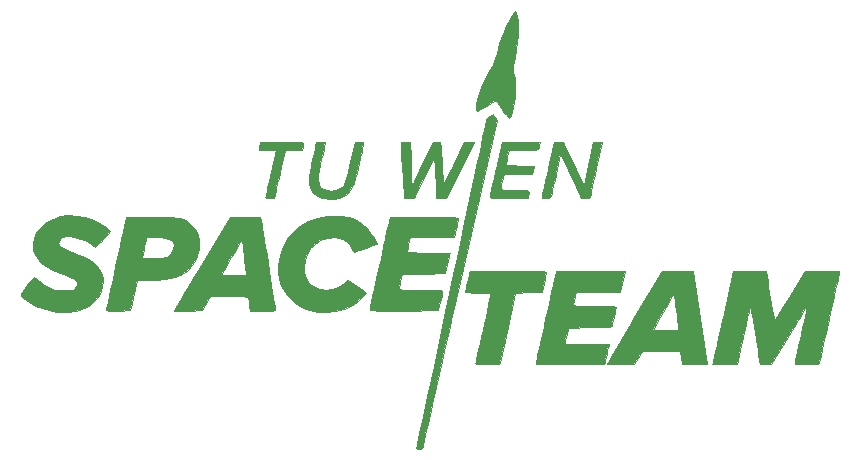
<source format=gto>
%TF.GenerationSoftware,KiCad,Pcbnew,5.1.7-a382d34a8~88~ubuntu20.04.1*%
%TF.CreationDate,2021-06-08T03:00:46+02:00*%
%TF.ProjectId,uHoubolt_PCB_GNSS_Cover,75486f75-626f-46c7-945f-5043425f474e,rev?*%
%TF.SameCoordinates,PX8f0d180PY5f5e100*%
%TF.FileFunction,Legend,Top*%
%TF.FilePolarity,Positive*%
%FSLAX46Y46*%
G04 Gerber Fmt 4.6, Leading zero omitted, Abs format (unit mm)*
G04 Created by KiCad (PCBNEW 5.1.7-a382d34a8~88~ubuntu20.04.1) date 2021-06-08 03:00:46*
%MOMM*%
%LPD*%
G01*
G04 APERTURE LIST*
%ADD10C,0.010000*%
G04 APERTURE END LIST*
D10*
%TO.C,G\u002A\u002A\u002A*%
G36*
X5404849Y9641997D02*
G01*
X5515447Y9503864D01*
X5536496Y9474748D01*
X5695595Y9251313D01*
X2574212Y-4476010D01*
X2249741Y-5903077D01*
X1934122Y-7291411D01*
X1629076Y-8633430D01*
X1336325Y-9921550D01*
X1057591Y-11148188D01*
X794596Y-12305761D01*
X549063Y-13386685D01*
X322713Y-14383377D01*
X117268Y-15288253D01*
X-65550Y-16093732D01*
X-224018Y-16792228D01*
X-356415Y-17376160D01*
X-461019Y-17837943D01*
X-536107Y-18169994D01*
X-579957Y-18364731D01*
X-591086Y-18415000D01*
X-644275Y-18560231D01*
X-756535Y-18618251D01*
X-903117Y-18626667D01*
X-1080155Y-18615274D01*
X-1141329Y-18561853D01*
X-1128199Y-18453485D01*
X-1107887Y-18361242D01*
X-1057090Y-18126032D01*
X-977430Y-17755438D01*
X-870530Y-17257048D01*
X-738010Y-16638447D01*
X-581494Y-15907221D01*
X-402601Y-15070956D01*
X-202955Y-14137237D01*
X15823Y-13113650D01*
X252111Y-12007781D01*
X504288Y-10827216D01*
X770731Y-9579541D01*
X1049820Y-8272341D01*
X1339931Y-6913202D01*
X1639445Y-5509711D01*
X1846090Y-4541212D01*
X2150934Y-3112692D01*
X2447459Y-1723773D01*
X2734044Y-382013D01*
X3009072Y905029D01*
X3270922Y2129795D01*
X3517976Y3284726D01*
X3748612Y4362263D01*
X3961214Y5354848D01*
X4154160Y6254922D01*
X4325831Y7054927D01*
X4474609Y7747304D01*
X4598873Y8324494D01*
X4697005Y8778939D01*
X4767385Y9103081D01*
X4808393Y9289360D01*
X4818673Y9333420D01*
X4906462Y9447357D01*
X5070470Y9575842D01*
X5245275Y9673130D01*
X5340330Y9698182D01*
X5404849Y9641997D01*
G37*
X5404849Y9641997D02*
X5515447Y9503864D01*
X5536496Y9474748D01*
X5695595Y9251313D01*
X2574212Y-4476010D01*
X2249741Y-5903077D01*
X1934122Y-7291411D01*
X1629076Y-8633430D01*
X1336325Y-9921550D01*
X1057591Y-11148188D01*
X794596Y-12305761D01*
X549063Y-13386685D01*
X322713Y-14383377D01*
X117268Y-15288253D01*
X-65550Y-16093732D01*
X-224018Y-16792228D01*
X-356415Y-17376160D01*
X-461019Y-17837943D01*
X-536107Y-18169994D01*
X-579957Y-18364731D01*
X-591086Y-18415000D01*
X-644275Y-18560231D01*
X-756535Y-18618251D01*
X-903117Y-18626667D01*
X-1080155Y-18615274D01*
X-1141329Y-18561853D01*
X-1128199Y-18453485D01*
X-1107887Y-18361242D01*
X-1057090Y-18126032D01*
X-977430Y-17755438D01*
X-870530Y-17257048D01*
X-738010Y-16638447D01*
X-581494Y-15907221D01*
X-402601Y-15070956D01*
X-202955Y-14137237D01*
X15823Y-13113650D01*
X252111Y-12007781D01*
X504288Y-10827216D01*
X770731Y-9579541D01*
X1049820Y-8272341D01*
X1339931Y-6913202D01*
X1639445Y-5509711D01*
X1846090Y-4541212D01*
X2150934Y-3112692D01*
X2447459Y-1723773D01*
X2734044Y-382013D01*
X3009072Y905029D01*
X3270922Y2129795D01*
X3517976Y3284726D01*
X3748612Y4362263D01*
X3961214Y5354848D01*
X4154160Y6254922D01*
X4325831Y7054927D01*
X4474609Y7747304D01*
X4598873Y8324494D01*
X4697005Y8778939D01*
X4767385Y9103081D01*
X4808393Y9289360D01*
X4818673Y9333420D01*
X4906462Y9447357D01*
X5070470Y9575842D01*
X5245275Y9673130D01*
X5340330Y9698182D01*
X5404849Y9641997D01*
G36*
X7443875Y-3541529D02*
G01*
X8124244Y-3544521D01*
X8673253Y-3549920D01*
X9102184Y-3558061D01*
X9422323Y-3569280D01*
X9644953Y-3583915D01*
X9781359Y-3602301D01*
X9842825Y-3624774D01*
X9849036Y-3636818D01*
X9832143Y-3748217D01*
X9788879Y-3974151D01*
X9726311Y-4278892D01*
X9670197Y-4541212D01*
X9494441Y-5349394D01*
X8379748Y-5370608D01*
X7265054Y-5391823D01*
X6624178Y-8333942D01*
X6481472Y-8987297D01*
X6347967Y-9595118D01*
X6227413Y-10140589D01*
X6123558Y-10606899D01*
X6040152Y-10977233D01*
X5980942Y-11234778D01*
X5949677Y-11362721D01*
X5946750Y-11372273D01*
X5882689Y-11414519D01*
X5717325Y-11443624D01*
X5434702Y-11461020D01*
X5018861Y-11468139D01*
X4874154Y-11468485D01*
X4457192Y-11466990D01*
X4171336Y-11460445D01*
X3993763Y-11445763D01*
X3901654Y-11419855D01*
X3872185Y-11379634D01*
X3878761Y-11333788D01*
X3905450Y-11224940D01*
X3959325Y-10988923D01*
X4036040Y-10645738D01*
X4131251Y-10215386D01*
X4240613Y-9717869D01*
X4359781Y-9173186D01*
X4484412Y-8601340D01*
X4610159Y-8022332D01*
X4732678Y-7456162D01*
X4847626Y-6922832D01*
X4950655Y-6442344D01*
X5037423Y-6034697D01*
X5103585Y-5719893D01*
X5144795Y-5517934D01*
X5156970Y-5449516D01*
X5084596Y-5427364D01*
X4885832Y-5408744D01*
X4588216Y-5395231D01*
X4219285Y-5388400D01*
X4079394Y-5387879D01*
X3655112Y-5382829D01*
X3320762Y-5368614D01*
X3096706Y-5346629D01*
X3003308Y-5318275D01*
X3001818Y-5313890D01*
X3013433Y-5231162D01*
X3050020Y-5047924D01*
X3114193Y-4752154D01*
X3208567Y-4331833D01*
X3335755Y-3774940D01*
X3349802Y-3713788D01*
X3389600Y-3540606D01*
X6620860Y-3540606D01*
X7443875Y-3541529D01*
G37*
X7443875Y-3541529D02*
X8124244Y-3544521D01*
X8673253Y-3549920D01*
X9102184Y-3558061D01*
X9422323Y-3569280D01*
X9644953Y-3583915D01*
X9781359Y-3602301D01*
X9842825Y-3624774D01*
X9849036Y-3636818D01*
X9832143Y-3748217D01*
X9788879Y-3974151D01*
X9726311Y-4278892D01*
X9670197Y-4541212D01*
X9494441Y-5349394D01*
X8379748Y-5370608D01*
X7265054Y-5391823D01*
X6624178Y-8333942D01*
X6481472Y-8987297D01*
X6347967Y-9595118D01*
X6227413Y-10140589D01*
X6123558Y-10606899D01*
X6040152Y-10977233D01*
X5980942Y-11234778D01*
X5949677Y-11362721D01*
X5946750Y-11372273D01*
X5882689Y-11414519D01*
X5717325Y-11443624D01*
X5434702Y-11461020D01*
X5018861Y-11468139D01*
X4874154Y-11468485D01*
X4457192Y-11466990D01*
X4171336Y-11460445D01*
X3993763Y-11445763D01*
X3901654Y-11419855D01*
X3872185Y-11379634D01*
X3878761Y-11333788D01*
X3905450Y-11224940D01*
X3959325Y-10988923D01*
X4036040Y-10645738D01*
X4131251Y-10215386D01*
X4240613Y-9717869D01*
X4359781Y-9173186D01*
X4484412Y-8601340D01*
X4610159Y-8022332D01*
X4732678Y-7456162D01*
X4847626Y-6922832D01*
X4950655Y-6442344D01*
X5037423Y-6034697D01*
X5103585Y-5719893D01*
X5144795Y-5517934D01*
X5156970Y-5449516D01*
X5084596Y-5427364D01*
X4885832Y-5408744D01*
X4588216Y-5395231D01*
X4219285Y-5388400D01*
X4079394Y-5387879D01*
X3655112Y-5382829D01*
X3320762Y-5368614D01*
X3096706Y-5346629D01*
X3003308Y-5318275D01*
X3001818Y-5313890D01*
X3013433Y-5231162D01*
X3050020Y-5047924D01*
X3114193Y-4752154D01*
X3208567Y-4331833D01*
X3335755Y-3774940D01*
X3349802Y-3713788D01*
X3389600Y-3540606D01*
X6620860Y-3540606D01*
X7443875Y-3541529D01*
G36*
X12920730Y-3555019D02*
G01*
X13567348Y-3558441D01*
X13635936Y-3558911D01*
X16519897Y-3579091D01*
X16140369Y-5310909D01*
X12395054Y-5310909D01*
X12347633Y-5522576D01*
X12294111Y-5750132D01*
X12231607Y-6001818D01*
X12231141Y-6003636D01*
X12186025Y-6171951D01*
X12159004Y-6301145D01*
X12166736Y-6396366D01*
X12225881Y-6462759D01*
X12353099Y-6505472D01*
X12565049Y-6529652D01*
X12878391Y-6540444D01*
X13309784Y-6542996D01*
X13875889Y-6542454D01*
X13975187Y-6542424D01*
X14549546Y-6543096D01*
X14987687Y-6546008D01*
X15307328Y-6552504D01*
X15526188Y-6563929D01*
X15661985Y-6581625D01*
X15732436Y-6606938D01*
X15755262Y-6641212D01*
X15750818Y-6677121D01*
X15717683Y-6813456D01*
X15664191Y-7054233D01*
X15600592Y-7353031D01*
X15585096Y-7427576D01*
X15520824Y-7733087D01*
X15464544Y-7991398D01*
X15426393Y-8156217D01*
X15421080Y-8176648D01*
X15397621Y-8219111D01*
X15341255Y-8252010D01*
X15233633Y-8276864D01*
X15056404Y-8295193D01*
X14791219Y-8308515D01*
X14419729Y-8318349D01*
X13923582Y-8326214D01*
X13561161Y-8330588D01*
X11737879Y-8351212D01*
X11610722Y-8851515D01*
X11543575Y-9136726D01*
X11494723Y-9383722D01*
X11476025Y-9525000D01*
X11468485Y-9698182D01*
X13315758Y-9698182D01*
X13830626Y-9699090D01*
X14290250Y-9701643D01*
X14673598Y-9705578D01*
X14959634Y-9710638D01*
X15127323Y-9716560D01*
X15163030Y-9721028D01*
X15147396Y-9808926D01*
X15106227Y-10007793D01*
X15048126Y-10278493D01*
X14981696Y-10581886D01*
X14915539Y-10878837D01*
X14858258Y-11130207D01*
X14818456Y-11296860D01*
X14808539Y-11333788D01*
X14789355Y-11368393D01*
X14745129Y-11396534D01*
X14661328Y-11418872D01*
X14523416Y-11436072D01*
X14316860Y-11448796D01*
X14027124Y-11457707D01*
X13639675Y-11463468D01*
X13139979Y-11466742D01*
X12513499Y-11468192D01*
X11855352Y-11468485D01*
X11108489Y-11468128D01*
X10501397Y-11466615D01*
X10019907Y-11463283D01*
X9649851Y-11457469D01*
X9377062Y-11448511D01*
X9187371Y-11435745D01*
X9066610Y-11418510D01*
X9000611Y-11396141D01*
X8975207Y-11367977D01*
X8976120Y-11333788D01*
X8998783Y-11234062D01*
X9051250Y-10998837D01*
X9130238Y-10642956D01*
X9232464Y-10181260D01*
X9354644Y-9628591D01*
X9493497Y-8999794D01*
X9645738Y-8309709D01*
X9808085Y-7573179D01*
X9845296Y-7404275D01*
X10009045Y-6663342D01*
X10163557Y-5968841D01*
X10305569Y-5335118D01*
X10431817Y-4776521D01*
X10539037Y-4307397D01*
X10623964Y-3942093D01*
X10683337Y-3694956D01*
X10713890Y-3580334D01*
X10716612Y-3574095D01*
X10798941Y-3566645D01*
X11018093Y-3560785D01*
X11356958Y-3556603D01*
X11798426Y-3554189D01*
X12325386Y-3553631D01*
X12920730Y-3555019D01*
G37*
X12920730Y-3555019D02*
X13567348Y-3558441D01*
X13635936Y-3558911D01*
X16519897Y-3579091D01*
X16140369Y-5310909D01*
X12395054Y-5310909D01*
X12347633Y-5522576D01*
X12294111Y-5750132D01*
X12231607Y-6001818D01*
X12231141Y-6003636D01*
X12186025Y-6171951D01*
X12159004Y-6301145D01*
X12166736Y-6396366D01*
X12225881Y-6462759D01*
X12353099Y-6505472D01*
X12565049Y-6529652D01*
X12878391Y-6540444D01*
X13309784Y-6542996D01*
X13875889Y-6542454D01*
X13975187Y-6542424D01*
X14549546Y-6543096D01*
X14987687Y-6546008D01*
X15307328Y-6552504D01*
X15526188Y-6563929D01*
X15661985Y-6581625D01*
X15732436Y-6606938D01*
X15755262Y-6641212D01*
X15750818Y-6677121D01*
X15717683Y-6813456D01*
X15664191Y-7054233D01*
X15600592Y-7353031D01*
X15585096Y-7427576D01*
X15520824Y-7733087D01*
X15464544Y-7991398D01*
X15426393Y-8156217D01*
X15421080Y-8176648D01*
X15397621Y-8219111D01*
X15341255Y-8252010D01*
X15233633Y-8276864D01*
X15056404Y-8295193D01*
X14791219Y-8308515D01*
X14419729Y-8318349D01*
X13923582Y-8326214D01*
X13561161Y-8330588D01*
X11737879Y-8351212D01*
X11610722Y-8851515D01*
X11543575Y-9136726D01*
X11494723Y-9383722D01*
X11476025Y-9525000D01*
X11468485Y-9698182D01*
X13315758Y-9698182D01*
X13830626Y-9699090D01*
X14290250Y-9701643D01*
X14673598Y-9705578D01*
X14959634Y-9710638D01*
X15127323Y-9716560D01*
X15163030Y-9721028D01*
X15147396Y-9808926D01*
X15106227Y-10007793D01*
X15048126Y-10278493D01*
X14981696Y-10581886D01*
X14915539Y-10878837D01*
X14858258Y-11130207D01*
X14818456Y-11296860D01*
X14808539Y-11333788D01*
X14789355Y-11368393D01*
X14745129Y-11396534D01*
X14661328Y-11418872D01*
X14523416Y-11436072D01*
X14316860Y-11448796D01*
X14027124Y-11457707D01*
X13639675Y-11463468D01*
X13139979Y-11466742D01*
X12513499Y-11468192D01*
X11855352Y-11468485D01*
X11108489Y-11468128D01*
X10501397Y-11466615D01*
X10019907Y-11463283D01*
X9649851Y-11457469D01*
X9377062Y-11448511D01*
X9187371Y-11435745D01*
X9066610Y-11418510D01*
X9000611Y-11396141D01*
X8975207Y-11367977D01*
X8976120Y-11333788D01*
X8998783Y-11234062D01*
X9051250Y-10998837D01*
X9130238Y-10642956D01*
X9232464Y-10181260D01*
X9354644Y-9628591D01*
X9493497Y-8999794D01*
X9645738Y-8309709D01*
X9808085Y-7573179D01*
X9845296Y-7404275D01*
X10009045Y-6663342D01*
X10163557Y-5968841D01*
X10305569Y-5335118D01*
X10431817Y-4776521D01*
X10539037Y-4307397D01*
X10623964Y-3942093D01*
X10683337Y-3694956D01*
X10713890Y-3580334D01*
X10716612Y-3574095D01*
X10798941Y-3566645D01*
X11018093Y-3560785D01*
X11356958Y-3556603D01*
X11798426Y-3554189D01*
X12325386Y-3553631D01*
X12920730Y-3555019D01*
G36*
X22902458Y-7525810D02*
G01*
X23522789Y-11472529D01*
X22440940Y-11451264D01*
X21359091Y-11430000D01*
X21294069Y-10871970D01*
X21229046Y-10313939D01*
X19600735Y-10314757D01*
X17972424Y-10315574D01*
X17643879Y-10892030D01*
X17315334Y-11468485D01*
X16162213Y-11468485D01*
X15761019Y-11464856D01*
X15420967Y-11454858D01*
X15168578Y-11439821D01*
X15030372Y-11421078D01*
X15012373Y-11410758D01*
X15051445Y-11336025D01*
X15162820Y-11141054D01*
X15339564Y-10837583D01*
X15574742Y-10437355D01*
X15861420Y-9952108D01*
X16192664Y-9393584D01*
X16561537Y-8773523D01*
X16698664Y-8543636D01*
X18922983Y-8543636D01*
X19999134Y-8543636D01*
X20425950Y-8542160D01*
X20721554Y-8535784D01*
X20908660Y-8521592D01*
X21009982Y-8496663D01*
X21048234Y-8458080D01*
X21047442Y-8408939D01*
X21030018Y-8292131D01*
X20998480Y-8049187D01*
X20956148Y-7706918D01*
X20906338Y-7292139D01*
X20854531Y-6850303D01*
X20801855Y-6401335D01*
X20754603Y-6008849D01*
X20715772Y-5696915D01*
X20688359Y-5489605D01*
X20675361Y-5410989D01*
X20675325Y-5410946D01*
X20635854Y-5470124D01*
X20534067Y-5643125D01*
X20381803Y-5908873D01*
X20190904Y-6246293D01*
X19973211Y-6634307D01*
X19740563Y-7051840D01*
X19504802Y-7477814D01*
X19277768Y-7891155D01*
X19142397Y-8139545D01*
X18922983Y-8543636D01*
X16698664Y-8543636D01*
X16961107Y-8103665D01*
X17342346Y-7466061D01*
X19669038Y-3579091D01*
X22282128Y-3579091D01*
X22902458Y-7525810D01*
G37*
X22902458Y-7525810D02*
X23522789Y-11472529D01*
X22440940Y-11451264D01*
X21359091Y-11430000D01*
X21294069Y-10871970D01*
X21229046Y-10313939D01*
X19600735Y-10314757D01*
X17972424Y-10315574D01*
X17643879Y-10892030D01*
X17315334Y-11468485D01*
X16162213Y-11468485D01*
X15761019Y-11464856D01*
X15420967Y-11454858D01*
X15168578Y-11439821D01*
X15030372Y-11421078D01*
X15012373Y-11410758D01*
X15051445Y-11336025D01*
X15162820Y-11141054D01*
X15339564Y-10837583D01*
X15574742Y-10437355D01*
X15861420Y-9952108D01*
X16192664Y-9393584D01*
X16561537Y-8773523D01*
X16698664Y-8543636D01*
X18922983Y-8543636D01*
X19999134Y-8543636D01*
X20425950Y-8542160D01*
X20721554Y-8535784D01*
X20908660Y-8521592D01*
X21009982Y-8496663D01*
X21048234Y-8458080D01*
X21047442Y-8408939D01*
X21030018Y-8292131D01*
X20998480Y-8049187D01*
X20956148Y-7706918D01*
X20906338Y-7292139D01*
X20854531Y-6850303D01*
X20801855Y-6401335D01*
X20754603Y-6008849D01*
X20715772Y-5696915D01*
X20688359Y-5489605D01*
X20675361Y-5410989D01*
X20675325Y-5410946D01*
X20635854Y-5470124D01*
X20534067Y-5643125D01*
X20381803Y-5908873D01*
X20190904Y-6246293D01*
X19973211Y-6634307D01*
X19740563Y-7051840D01*
X19504802Y-7477814D01*
X19277768Y-7891155D01*
X19142397Y-8139545D01*
X18922983Y-8543636D01*
X16698664Y-8543636D01*
X16961107Y-8103665D01*
X17342346Y-7466061D01*
X19669038Y-3579091D01*
X22282128Y-3579091D01*
X22902458Y-7525810D01*
G36*
X28501227Y-3712085D02*
G01*
X28523319Y-3834092D01*
X28564522Y-4085694D01*
X28621279Y-4444230D01*
X28690033Y-4887033D01*
X28767228Y-5391439D01*
X28833630Y-5830455D01*
X28914774Y-6356580D01*
X28991381Y-6828656D01*
X29059864Y-7226490D01*
X29116635Y-7529890D01*
X29158108Y-7718663D01*
X29178932Y-7773939D01*
X29229686Y-7710251D01*
X29348869Y-7529662D01*
X29526736Y-7247887D01*
X29753546Y-6880640D01*
X30019554Y-6443635D01*
X30315019Y-5952587D01*
X30490906Y-5657849D01*
X31750000Y-3541759D01*
X33223485Y-3541183D01*
X34696970Y-3540606D01*
X34632253Y-3829242D01*
X34602839Y-3961983D01*
X34544014Y-4228782D01*
X34459365Y-4613336D01*
X34352476Y-5099340D01*
X34226932Y-5670492D01*
X34086317Y-6310487D01*
X33934216Y-7003021D01*
X33790306Y-7658485D01*
X33632186Y-8377782D01*
X33483172Y-9053724D01*
X33346695Y-9670886D01*
X33226185Y-10213846D01*
X33125072Y-10667182D01*
X33046786Y-11015470D01*
X32994759Y-11243287D01*
X32972866Y-11333788D01*
X32941402Y-11388532D01*
X32868964Y-11426227D01*
X32730898Y-11449960D01*
X32502550Y-11462820D01*
X32159267Y-11467894D01*
X31897286Y-11468485D01*
X31481431Y-11467802D01*
X31196264Y-11463053D01*
X31018531Y-11450182D01*
X30924981Y-11425139D01*
X30892361Y-11383869D01*
X30897420Y-11322319D01*
X30903773Y-11295303D01*
X30950708Y-11093655D01*
X31020683Y-10783280D01*
X31108909Y-10386263D01*
X31210592Y-9924691D01*
X31320944Y-9420649D01*
X31435172Y-8896224D01*
X31548486Y-8373501D01*
X31656096Y-7874567D01*
X31753210Y-7421507D01*
X31835037Y-7036408D01*
X31896787Y-6741356D01*
X31933669Y-6558435D01*
X31942137Y-6508411D01*
X31904120Y-6553595D01*
X31795876Y-6717327D01*
X31625913Y-6985875D01*
X31402741Y-7345507D01*
X31134867Y-7782492D01*
X30830802Y-8283098D01*
X30499054Y-8833594D01*
X30430577Y-8947727D01*
X28919306Y-11468485D01*
X28429653Y-11468485D01*
X28131330Y-11456346D01*
X27973186Y-11418367D01*
X27939377Y-11372273D01*
X27927399Y-11264193D01*
X27894339Y-11030741D01*
X27843769Y-10694071D01*
X27779260Y-10276339D01*
X27704385Y-9799698D01*
X27622714Y-9286305D01*
X27537821Y-8758314D01*
X27453276Y-8237880D01*
X27372652Y-7747159D01*
X27299520Y-7308304D01*
X27237451Y-6943472D01*
X27190019Y-6674816D01*
X27160794Y-6524493D01*
X27153945Y-6500410D01*
X27130468Y-6564609D01*
X27078922Y-6761061D01*
X27003613Y-7071519D01*
X26908845Y-7477740D01*
X26798925Y-7961478D01*
X26678157Y-8504487D01*
X26639517Y-8680505D01*
X26512940Y-9257376D01*
X26393673Y-9798105D01*
X26286606Y-10280749D01*
X26196627Y-10683363D01*
X26128622Y-10984004D01*
X26087482Y-11160729D01*
X26082762Y-11179848D01*
X26009824Y-11468485D01*
X24973700Y-11468485D01*
X24594712Y-11467143D01*
X24278273Y-11463465D01*
X24052382Y-11457972D01*
X23945036Y-11451185D01*
X23940001Y-11449242D01*
X23956567Y-11372637D01*
X24003252Y-11159732D01*
X24076969Y-10824539D01*
X24174628Y-10381074D01*
X24293143Y-9843350D01*
X24429425Y-9225382D01*
X24580386Y-8541183D01*
X24742938Y-7804768D01*
X24809227Y-7504545D01*
X25676027Y-3579091D01*
X28461245Y-3537201D01*
X28501227Y-3712085D01*
G37*
X28501227Y-3712085D02*
X28523319Y-3834092D01*
X28564522Y-4085694D01*
X28621279Y-4444230D01*
X28690033Y-4887033D01*
X28767228Y-5391439D01*
X28833630Y-5830455D01*
X28914774Y-6356580D01*
X28991381Y-6828656D01*
X29059864Y-7226490D01*
X29116635Y-7529890D01*
X29158108Y-7718663D01*
X29178932Y-7773939D01*
X29229686Y-7710251D01*
X29348869Y-7529662D01*
X29526736Y-7247887D01*
X29753546Y-6880640D01*
X30019554Y-6443635D01*
X30315019Y-5952587D01*
X30490906Y-5657849D01*
X31750000Y-3541759D01*
X33223485Y-3541183D01*
X34696970Y-3540606D01*
X34632253Y-3829242D01*
X34602839Y-3961983D01*
X34544014Y-4228782D01*
X34459365Y-4613336D01*
X34352476Y-5099340D01*
X34226932Y-5670492D01*
X34086317Y-6310487D01*
X33934216Y-7003021D01*
X33790306Y-7658485D01*
X33632186Y-8377782D01*
X33483172Y-9053724D01*
X33346695Y-9670886D01*
X33226185Y-10213846D01*
X33125072Y-10667182D01*
X33046786Y-11015470D01*
X32994759Y-11243287D01*
X32972866Y-11333788D01*
X32941402Y-11388532D01*
X32868964Y-11426227D01*
X32730898Y-11449960D01*
X32502550Y-11462820D01*
X32159267Y-11467894D01*
X31897286Y-11468485D01*
X31481431Y-11467802D01*
X31196264Y-11463053D01*
X31018531Y-11450182D01*
X30924981Y-11425139D01*
X30892361Y-11383869D01*
X30897420Y-11322319D01*
X30903773Y-11295303D01*
X30950708Y-11093655D01*
X31020683Y-10783280D01*
X31108909Y-10386263D01*
X31210592Y-9924691D01*
X31320944Y-9420649D01*
X31435172Y-8896224D01*
X31548486Y-8373501D01*
X31656096Y-7874567D01*
X31753210Y-7421507D01*
X31835037Y-7036408D01*
X31896787Y-6741356D01*
X31933669Y-6558435D01*
X31942137Y-6508411D01*
X31904120Y-6553595D01*
X31795876Y-6717327D01*
X31625913Y-6985875D01*
X31402741Y-7345507D01*
X31134867Y-7782492D01*
X30830802Y-8283098D01*
X30499054Y-8833594D01*
X30430577Y-8947727D01*
X28919306Y-11468485D01*
X28429653Y-11468485D01*
X28131330Y-11456346D01*
X27973186Y-11418367D01*
X27939377Y-11372273D01*
X27927399Y-11264193D01*
X27894339Y-11030741D01*
X27843769Y-10694071D01*
X27779260Y-10276339D01*
X27704385Y-9799698D01*
X27622714Y-9286305D01*
X27537821Y-8758314D01*
X27453276Y-8237880D01*
X27372652Y-7747159D01*
X27299520Y-7308304D01*
X27237451Y-6943472D01*
X27190019Y-6674816D01*
X27160794Y-6524493D01*
X27153945Y-6500410D01*
X27130468Y-6564609D01*
X27078922Y-6761061D01*
X27003613Y-7071519D01*
X26908845Y-7477740D01*
X26798925Y-7961478D01*
X26678157Y-8504487D01*
X26639517Y-8680505D01*
X26512940Y-9257376D01*
X26393673Y-9798105D01*
X26286606Y-10280749D01*
X26196627Y-10683363D01*
X26128622Y-10984004D01*
X26087482Y-11160729D01*
X26082762Y-11179848D01*
X26009824Y-11468485D01*
X24973700Y-11468485D01*
X24594712Y-11467143D01*
X24278273Y-11463465D01*
X24052382Y-11457972D01*
X23945036Y-11451185D01*
X23940001Y-11449242D01*
X23956567Y-11372637D01*
X24003252Y-11159732D01*
X24076969Y-10824539D01*
X24174628Y-10381074D01*
X24293143Y-9843350D01*
X24429425Y-9225382D01*
X24580386Y-8541183D01*
X24742938Y-7804768D01*
X24809227Y-7504545D01*
X25676027Y-3579091D01*
X28461245Y-3537201D01*
X28501227Y-3712085D01*
G36*
X-29864267Y1114462D02*
G01*
X-29137136Y981592D01*
X-28442149Y756955D01*
X-27816759Y449589D01*
X-27365254Y127788D01*
X-27059902Y-134063D01*
X-27263497Y-394153D01*
X-27417486Y-581434D01*
X-27631738Y-830294D01*
X-27861944Y-1089336D01*
X-27879590Y-1108813D01*
X-28292088Y-1563384D01*
X-28652185Y-1288515D01*
X-29198132Y-960173D01*
X-29823864Y-735016D01*
X-30420223Y-634986D01*
X-30826791Y-634810D01*
X-31119572Y-713015D01*
X-31322602Y-879414D01*
X-31419354Y-1042849D01*
X-31457888Y-1193649D01*
X-31419826Y-1334148D01*
X-31292086Y-1473683D01*
X-31061591Y-1621586D01*
X-30715259Y-1787192D01*
X-30240011Y-1979836D01*
X-29956540Y-2086772D01*
X-29463319Y-2277895D01*
X-29083520Y-2447369D01*
X-28782138Y-2614368D01*
X-28524166Y-2798062D01*
X-28299084Y-2994530D01*
X-27958979Y-3385359D01*
X-27758567Y-3801121D01*
X-27683724Y-4272837D01*
X-27682456Y-4348788D01*
X-27749951Y-4954761D01*
X-27948282Y-5503133D01*
X-28250835Y-5950241D01*
X-28737954Y-6399339D01*
X-29304941Y-6727324D01*
X-29957720Y-6936052D01*
X-30702216Y-7027380D01*
X-31544352Y-7003162D01*
X-31596061Y-6998276D01*
X-32205277Y-6897868D01*
X-32829034Y-6723633D01*
X-33402423Y-6495764D01*
X-33682497Y-6349232D01*
X-33933874Y-6185618D01*
X-34186995Y-5994301D01*
X-34409789Y-5802944D01*
X-34570185Y-5639212D01*
X-34636112Y-5530767D01*
X-34636364Y-5526440D01*
X-34588961Y-5441793D01*
X-34460064Y-5267250D01*
X-34269638Y-5028685D01*
X-34049302Y-4765587D01*
X-33462241Y-4079168D01*
X-33154830Y-4356895D01*
X-32932525Y-4526270D01*
X-32628870Y-4717528D01*
X-32304439Y-4892926D01*
X-32260225Y-4914345D01*
X-31974506Y-5045338D01*
X-31749363Y-5127551D01*
X-31530504Y-5172311D01*
X-31263639Y-5190944D01*
X-30916090Y-5194762D01*
X-30564617Y-5192370D01*
X-30332700Y-5179837D01*
X-30185991Y-5150287D01*
X-30090141Y-5096847D01*
X-30011696Y-5013746D01*
X-29879329Y-4755597D01*
X-29885155Y-4502314D01*
X-30026365Y-4287383D01*
X-30075909Y-4248154D01*
X-30236823Y-4158378D01*
X-30501111Y-4036159D01*
X-30826929Y-3900130D01*
X-31057273Y-3811119D01*
X-31705377Y-3555360D01*
X-32222285Y-3317454D01*
X-32627647Y-3084547D01*
X-32941111Y-2843787D01*
X-33182327Y-2582319D01*
X-33362267Y-2303397D01*
X-33553779Y-1804991D01*
X-33603167Y-1298424D01*
X-33520345Y-799639D01*
X-33315231Y-324583D01*
X-32997738Y110802D01*
X-32577783Y490571D01*
X-32065282Y798780D01*
X-31470150Y1019484D01*
X-31265151Y1068756D01*
X-30586089Y1146529D01*
X-29864267Y1114462D01*
G37*
X-29864267Y1114462D02*
X-29137136Y981592D01*
X-28442149Y756955D01*
X-27816759Y449589D01*
X-27365254Y127788D01*
X-27059902Y-134063D01*
X-27263497Y-394153D01*
X-27417486Y-581434D01*
X-27631738Y-830294D01*
X-27861944Y-1089336D01*
X-27879590Y-1108813D01*
X-28292088Y-1563384D01*
X-28652185Y-1288515D01*
X-29198132Y-960173D01*
X-29823864Y-735016D01*
X-30420223Y-634986D01*
X-30826791Y-634810D01*
X-31119572Y-713015D01*
X-31322602Y-879414D01*
X-31419354Y-1042849D01*
X-31457888Y-1193649D01*
X-31419826Y-1334148D01*
X-31292086Y-1473683D01*
X-31061591Y-1621586D01*
X-30715259Y-1787192D01*
X-30240011Y-1979836D01*
X-29956540Y-2086772D01*
X-29463319Y-2277895D01*
X-29083520Y-2447369D01*
X-28782138Y-2614368D01*
X-28524166Y-2798062D01*
X-28299084Y-2994530D01*
X-27958979Y-3385359D01*
X-27758567Y-3801121D01*
X-27683724Y-4272837D01*
X-27682456Y-4348788D01*
X-27749951Y-4954761D01*
X-27948282Y-5503133D01*
X-28250835Y-5950241D01*
X-28737954Y-6399339D01*
X-29304941Y-6727324D01*
X-29957720Y-6936052D01*
X-30702216Y-7027380D01*
X-31544352Y-7003162D01*
X-31596061Y-6998276D01*
X-32205277Y-6897868D01*
X-32829034Y-6723633D01*
X-33402423Y-6495764D01*
X-33682497Y-6349232D01*
X-33933874Y-6185618D01*
X-34186995Y-5994301D01*
X-34409789Y-5802944D01*
X-34570185Y-5639212D01*
X-34636112Y-5530767D01*
X-34636364Y-5526440D01*
X-34588961Y-5441793D01*
X-34460064Y-5267250D01*
X-34269638Y-5028685D01*
X-34049302Y-4765587D01*
X-33462241Y-4079168D01*
X-33154830Y-4356895D01*
X-32932525Y-4526270D01*
X-32628870Y-4717528D01*
X-32304439Y-4892926D01*
X-32260225Y-4914345D01*
X-31974506Y-5045338D01*
X-31749363Y-5127551D01*
X-31530504Y-5172311D01*
X-31263639Y-5190944D01*
X-30916090Y-5194762D01*
X-30564617Y-5192370D01*
X-30332700Y-5179837D01*
X-30185991Y-5150287D01*
X-30090141Y-5096847D01*
X-30011696Y-5013746D01*
X-29879329Y-4755597D01*
X-29885155Y-4502314D01*
X-30026365Y-4287383D01*
X-30075909Y-4248154D01*
X-30236823Y-4158378D01*
X-30501111Y-4036159D01*
X-30826929Y-3900130D01*
X-31057273Y-3811119D01*
X-31705377Y-3555360D01*
X-32222285Y-3317454D01*
X-32627647Y-3084547D01*
X-32941111Y-2843787D01*
X-33182327Y-2582319D01*
X-33362267Y-2303397D01*
X-33553779Y-1804991D01*
X-33603167Y-1298424D01*
X-33520345Y-799639D01*
X-33315231Y-324583D01*
X-32997738Y110802D01*
X-32577783Y490571D01*
X-32065282Y798780D01*
X-31470150Y1019484D01*
X-31265151Y1068756D01*
X-30586089Y1146529D01*
X-29864267Y1114462D01*
G36*
X-7611748Y1123729D02*
G01*
X-6858737Y990218D01*
X-6191546Y732907D01*
X-5605138Y350107D01*
X-5310909Y81064D01*
X-5123176Y-134360D01*
X-4929536Y-394934D01*
X-4749050Y-669264D01*
X-4600780Y-925954D01*
X-4503786Y-1133609D01*
X-4477130Y-1260835D01*
X-4485511Y-1278440D01*
X-4567773Y-1314730D01*
X-4762397Y-1386563D01*
X-5035176Y-1482419D01*
X-5351902Y-1590777D01*
X-5678371Y-1700118D01*
X-5980373Y-1798920D01*
X-6223703Y-1875665D01*
X-6374153Y-1918831D01*
X-6403089Y-1924242D01*
X-6469799Y-1860614D01*
X-6554969Y-1704421D01*
X-6568110Y-1674091D01*
X-6747483Y-1391531D01*
X-7024125Y-1115261D01*
X-7346112Y-889516D01*
X-7634880Y-765254D01*
X-8098338Y-703238D01*
X-8606616Y-738626D01*
X-9091889Y-863905D01*
X-9285842Y-948191D01*
X-9744440Y-1254980D01*
X-10115417Y-1651736D01*
X-10393339Y-2114057D01*
X-10572774Y-2617540D01*
X-10648289Y-3137784D01*
X-10614450Y-3650386D01*
X-10465823Y-4130945D01*
X-10196976Y-4555056D01*
X-10110011Y-4649741D01*
X-9713465Y-4947268D01*
X-9250525Y-5124645D01*
X-8750020Y-5182678D01*
X-8240783Y-5122170D01*
X-7751643Y-4943924D01*
X-7311431Y-4648745D01*
X-7225162Y-4569313D01*
X-6945778Y-4297131D01*
X-6166828Y-4815759D01*
X-5866899Y-5019826D01*
X-5620530Y-5195780D01*
X-5452594Y-5325258D01*
X-5387964Y-5389897D01*
X-5387879Y-5390793D01*
X-5440503Y-5465193D01*
X-5581189Y-5616182D01*
X-5784162Y-5816721D01*
X-5885350Y-5912558D01*
X-6514589Y-6400466D01*
X-7210395Y-6749838D01*
X-7971285Y-6960221D01*
X-8795775Y-7031161D01*
X-9424305Y-6996042D01*
X-10201630Y-6842871D01*
X-10901241Y-6568043D01*
X-11512208Y-6179836D01*
X-12023598Y-5686534D01*
X-12424479Y-5096417D01*
X-12664719Y-4541212D01*
X-12751199Y-4161490D01*
X-12798203Y-3687679D01*
X-12804703Y-3174748D01*
X-12769667Y-2677670D01*
X-12706558Y-2309091D01*
X-12447702Y-1535397D01*
X-12063123Y-839536D01*
X-11565364Y-231673D01*
X-10966969Y278029D01*
X-10280485Y679407D01*
X-9518454Y962296D01*
X-8693422Y1116532D01*
X-8455614Y1135127D01*
X-7611748Y1123729D01*
G37*
X-7611748Y1123729D02*
X-6858737Y990218D01*
X-6191546Y732907D01*
X-5605138Y350107D01*
X-5310909Y81064D01*
X-5123176Y-134360D01*
X-4929536Y-394934D01*
X-4749050Y-669264D01*
X-4600780Y-925954D01*
X-4503786Y-1133609D01*
X-4477130Y-1260835D01*
X-4485511Y-1278440D01*
X-4567773Y-1314730D01*
X-4762397Y-1386563D01*
X-5035176Y-1482419D01*
X-5351902Y-1590777D01*
X-5678371Y-1700118D01*
X-5980373Y-1798920D01*
X-6223703Y-1875665D01*
X-6374153Y-1918831D01*
X-6403089Y-1924242D01*
X-6469799Y-1860614D01*
X-6554969Y-1704421D01*
X-6568110Y-1674091D01*
X-6747483Y-1391531D01*
X-7024125Y-1115261D01*
X-7346112Y-889516D01*
X-7634880Y-765254D01*
X-8098338Y-703238D01*
X-8606616Y-738626D01*
X-9091889Y-863905D01*
X-9285842Y-948191D01*
X-9744440Y-1254980D01*
X-10115417Y-1651736D01*
X-10393339Y-2114057D01*
X-10572774Y-2617540D01*
X-10648289Y-3137784D01*
X-10614450Y-3650386D01*
X-10465823Y-4130945D01*
X-10196976Y-4555056D01*
X-10110011Y-4649741D01*
X-9713465Y-4947268D01*
X-9250525Y-5124645D01*
X-8750020Y-5182678D01*
X-8240783Y-5122170D01*
X-7751643Y-4943924D01*
X-7311431Y-4648745D01*
X-7225162Y-4569313D01*
X-6945778Y-4297131D01*
X-6166828Y-4815759D01*
X-5866899Y-5019826D01*
X-5620530Y-5195780D01*
X-5452594Y-5325258D01*
X-5387964Y-5389897D01*
X-5387879Y-5390793D01*
X-5440503Y-5465193D01*
X-5581189Y-5616182D01*
X-5784162Y-5816721D01*
X-5885350Y-5912558D01*
X-6514589Y-6400466D01*
X-7210395Y-6749838D01*
X-7971285Y-6960221D01*
X-8795775Y-7031161D01*
X-9424305Y-6996042D01*
X-10201630Y-6842871D01*
X-10901241Y-6568043D01*
X-11512208Y-6179836D01*
X-12023598Y-5686534D01*
X-12424479Y-5096417D01*
X-12664719Y-4541212D01*
X-12751199Y-4161490D01*
X-12798203Y-3687679D01*
X-12804703Y-3174748D01*
X-12769667Y-2677670D01*
X-12706558Y-2309091D01*
X-12447702Y-1535397D01*
X-12063123Y-839536D01*
X-11565364Y-231673D01*
X-10966969Y278029D01*
X-10280485Y679407D01*
X-9518454Y962296D01*
X-8693422Y1116532D01*
X-8455614Y1135127D01*
X-7611748Y1123729D01*
G36*
X-22847301Y998706D02*
G01*
X-22262770Y990884D01*
X-21794055Y973955D01*
X-21422105Y944735D01*
X-21127871Y900039D01*
X-20892303Y836683D01*
X-20696351Y751483D01*
X-20520966Y641255D01*
X-20347097Y502814D01*
X-20289539Y452801D01*
X-19891688Y10578D01*
X-19636054Y-490525D01*
X-19522624Y-1050553D01*
X-19551382Y-1669556D01*
X-19583849Y-1848371D01*
X-19791788Y-2505070D01*
X-20119912Y-3069332D01*
X-20562946Y-3534331D01*
X-21115616Y-3893243D01*
X-21193510Y-3930945D01*
X-21566741Y-4077414D01*
X-21987285Y-4184528D01*
X-22481667Y-4256192D01*
X-23076411Y-4296316D01*
X-23758076Y-4308778D01*
X-24771606Y-4310303D01*
X-24939348Y-5060758D01*
X-25029585Y-5461127D01*
X-25125012Y-5879158D01*
X-25209388Y-6243857D01*
X-25234303Y-6350000D01*
X-25361515Y-6888788D01*
X-26381364Y-6910264D01*
X-26813916Y-6916046D01*
X-27112355Y-6911081D01*
X-27296228Y-6893877D01*
X-27385083Y-6862944D01*
X-27401212Y-6832468D01*
X-27385069Y-6739973D01*
X-27338727Y-6511752D01*
X-27265316Y-6162369D01*
X-27167966Y-5706386D01*
X-27049807Y-5158365D01*
X-26913969Y-4532870D01*
X-26763582Y-3844464D01*
X-26601777Y-3107708D01*
X-26554545Y-2893348D01*
X-26462271Y-2474571D01*
X-24378586Y-2474571D01*
X-23355233Y-2449558D01*
X-22925835Y-2436300D01*
X-22620420Y-2418072D01*
X-22409032Y-2390434D01*
X-22261716Y-2348943D01*
X-22148516Y-2289158D01*
X-22114879Y-2265639D01*
X-21876088Y-2024866D01*
X-21716575Y-1732279D01*
X-21658338Y-1436906D01*
X-21677511Y-1290803D01*
X-21764736Y-1077871D01*
X-21901110Y-923411D01*
X-22109773Y-817875D01*
X-22413868Y-751718D01*
X-22836536Y-715391D01*
X-23096253Y-705524D01*
X-23500482Y-697729D01*
X-23772750Y-702259D01*
X-23934677Y-720919D01*
X-24007882Y-755514D01*
X-24018180Y-782493D01*
X-24035815Y-896883D01*
X-24080581Y-1124900D01*
X-24145095Y-1430149D01*
X-24200200Y-1679861D01*
X-24378586Y-2474571D01*
X-26462271Y-2474571D01*
X-26390407Y-2148423D01*
X-26236756Y-1450104D01*
X-26096705Y-812600D01*
X-25973365Y-250123D01*
X-25869848Y223117D01*
X-25789264Y592911D01*
X-25734725Y845048D01*
X-25709343Y965318D01*
X-25707879Y973552D01*
X-25634166Y980579D01*
X-25426051Y986927D01*
X-25103073Y992349D01*
X-24684769Y996598D01*
X-24190675Y999427D01*
X-23640331Y1000590D01*
X-23566697Y1000606D01*
X-22847301Y998706D01*
G37*
X-22847301Y998706D02*
X-22262770Y990884D01*
X-21794055Y973955D01*
X-21422105Y944735D01*
X-21127871Y900039D01*
X-20892303Y836683D01*
X-20696351Y751483D01*
X-20520966Y641255D01*
X-20347097Y502814D01*
X-20289539Y452801D01*
X-19891688Y10578D01*
X-19636054Y-490525D01*
X-19522624Y-1050553D01*
X-19551382Y-1669556D01*
X-19583849Y-1848371D01*
X-19791788Y-2505070D01*
X-20119912Y-3069332D01*
X-20562946Y-3534331D01*
X-21115616Y-3893243D01*
X-21193510Y-3930945D01*
X-21566741Y-4077414D01*
X-21987285Y-4184528D01*
X-22481667Y-4256192D01*
X-23076411Y-4296316D01*
X-23758076Y-4308778D01*
X-24771606Y-4310303D01*
X-24939348Y-5060758D01*
X-25029585Y-5461127D01*
X-25125012Y-5879158D01*
X-25209388Y-6243857D01*
X-25234303Y-6350000D01*
X-25361515Y-6888788D01*
X-26381364Y-6910264D01*
X-26813916Y-6916046D01*
X-27112355Y-6911081D01*
X-27296228Y-6893877D01*
X-27385083Y-6862944D01*
X-27401212Y-6832468D01*
X-27385069Y-6739973D01*
X-27338727Y-6511752D01*
X-27265316Y-6162369D01*
X-27167966Y-5706386D01*
X-27049807Y-5158365D01*
X-26913969Y-4532870D01*
X-26763582Y-3844464D01*
X-26601777Y-3107708D01*
X-26554545Y-2893348D01*
X-26462271Y-2474571D01*
X-24378586Y-2474571D01*
X-23355233Y-2449558D01*
X-22925835Y-2436300D01*
X-22620420Y-2418072D01*
X-22409032Y-2390434D01*
X-22261716Y-2348943D01*
X-22148516Y-2289158D01*
X-22114879Y-2265639D01*
X-21876088Y-2024866D01*
X-21716575Y-1732279D01*
X-21658338Y-1436906D01*
X-21677511Y-1290803D01*
X-21764736Y-1077871D01*
X-21901110Y-923411D01*
X-22109773Y-817875D01*
X-22413868Y-751718D01*
X-22836536Y-715391D01*
X-23096253Y-705524D01*
X-23500482Y-697729D01*
X-23772750Y-702259D01*
X-23934677Y-720919D01*
X-24007882Y-755514D01*
X-24018180Y-782493D01*
X-24035815Y-896883D01*
X-24080581Y-1124900D01*
X-24145095Y-1430149D01*
X-24200200Y-1679861D01*
X-24378586Y-2474571D01*
X-26462271Y-2474571D01*
X-26390407Y-2148423D01*
X-26236756Y-1450104D01*
X-26096705Y-812600D01*
X-25973365Y-250123D01*
X-25869848Y223117D01*
X-25789264Y592911D01*
X-25734725Y845048D01*
X-25709343Y965318D01*
X-25707879Y973552D01*
X-25634166Y980579D01*
X-25426051Y986927D01*
X-25103073Y992349D01*
X-24684769Y996598D01*
X-24190675Y999427D01*
X-23640331Y1000590D01*
X-23566697Y1000606D01*
X-22847301Y998706D01*
G36*
X-14285228Y788939D02*
G01*
X-14263547Y665836D01*
X-14221764Y412834D01*
X-14162677Y47748D01*
X-14089084Y-411606D01*
X-14003782Y-947412D01*
X-13909569Y-1541855D01*
X-13809242Y-2177119D01*
X-13705600Y-2835390D01*
X-13601440Y-3498852D01*
X-13499559Y-4149689D01*
X-13402756Y-4770085D01*
X-13313827Y-5342226D01*
X-13235570Y-5848296D01*
X-13170784Y-6270480D01*
X-13122265Y-6590961D01*
X-13092812Y-6791925D01*
X-13084848Y-6855117D01*
X-13157833Y-6882535D01*
X-13360932Y-6904730D01*
X-13670364Y-6920098D01*
X-14062345Y-6927037D01*
X-14154867Y-6927273D01*
X-15224885Y-6927273D01*
X-15276466Y-6446212D01*
X-15299651Y-6198276D01*
X-15322042Y-6011480D01*
X-15363396Y-5877252D01*
X-15443473Y-5787016D01*
X-15582031Y-5732201D01*
X-15798828Y-5704231D01*
X-16113624Y-5694533D01*
X-16546176Y-5694534D01*
X-17005938Y-5695758D01*
X-18607563Y-5695758D01*
X-19280909Y-6888788D01*
X-20454697Y-6910035D01*
X-20859986Y-6915418D01*
X-21204700Y-6916271D01*
X-21462463Y-6912827D01*
X-21606897Y-6905319D01*
X-21628485Y-6899680D01*
X-21590110Y-6829740D01*
X-21479559Y-6639280D01*
X-21303693Y-6339881D01*
X-21069375Y-5943124D01*
X-20783464Y-5460590D01*
X-20452823Y-4903858D01*
X-20084313Y-4284509D01*
X-19852919Y-3896234D01*
X-17626061Y-3896234D01*
X-17553747Y-3906874D01*
X-17355425Y-3915781D01*
X-17059023Y-3922176D01*
X-16692468Y-3925281D01*
X-16578230Y-3925455D01*
X-15530400Y-3925455D01*
X-15575460Y-3598333D01*
X-15600353Y-3402406D01*
X-15637390Y-3091813D01*
X-15682093Y-2704930D01*
X-15729984Y-2280132D01*
X-15743849Y-2155152D01*
X-15790221Y-1749959D01*
X-15833904Y-1394345D01*
X-15870921Y-1118873D01*
X-15897292Y-954108D01*
X-15903786Y-926596D01*
X-15946179Y-967887D01*
X-16050179Y-1121419D01*
X-16202790Y-1364780D01*
X-16391012Y-1675561D01*
X-16601848Y-2031348D01*
X-16822300Y-2409731D01*
X-17039371Y-2788299D01*
X-17240063Y-3144639D01*
X-17411377Y-3456340D01*
X-17540317Y-3700991D01*
X-17613885Y-3856180D01*
X-17626061Y-3896234D01*
X-19852919Y-3896234D01*
X-19684795Y-3614125D01*
X-19278721Y-2933736D01*
X-16928956Y1000606D01*
X-14328595Y1000606D01*
X-14285228Y788939D01*
G37*
X-14285228Y788939D02*
X-14263547Y665836D01*
X-14221764Y412834D01*
X-14162677Y47748D01*
X-14089084Y-411606D01*
X-14003782Y-947412D01*
X-13909569Y-1541855D01*
X-13809242Y-2177119D01*
X-13705600Y-2835390D01*
X-13601440Y-3498852D01*
X-13499559Y-4149689D01*
X-13402756Y-4770085D01*
X-13313827Y-5342226D01*
X-13235570Y-5848296D01*
X-13170784Y-6270480D01*
X-13122265Y-6590961D01*
X-13092812Y-6791925D01*
X-13084848Y-6855117D01*
X-13157833Y-6882535D01*
X-13360932Y-6904730D01*
X-13670364Y-6920098D01*
X-14062345Y-6927037D01*
X-14154867Y-6927273D01*
X-15224885Y-6927273D01*
X-15276466Y-6446212D01*
X-15299651Y-6198276D01*
X-15322042Y-6011480D01*
X-15363396Y-5877252D01*
X-15443473Y-5787016D01*
X-15582031Y-5732201D01*
X-15798828Y-5704231D01*
X-16113624Y-5694533D01*
X-16546176Y-5694534D01*
X-17005938Y-5695758D01*
X-18607563Y-5695758D01*
X-19280909Y-6888788D01*
X-20454697Y-6910035D01*
X-20859986Y-6915418D01*
X-21204700Y-6916271D01*
X-21462463Y-6912827D01*
X-21606897Y-6905319D01*
X-21628485Y-6899680D01*
X-21590110Y-6829740D01*
X-21479559Y-6639280D01*
X-21303693Y-6339881D01*
X-21069375Y-5943124D01*
X-20783464Y-5460590D01*
X-20452823Y-4903858D01*
X-20084313Y-4284509D01*
X-19852919Y-3896234D01*
X-17626061Y-3896234D01*
X-17553747Y-3906874D01*
X-17355425Y-3915781D01*
X-17059023Y-3922176D01*
X-16692468Y-3925281D01*
X-16578230Y-3925455D01*
X-15530400Y-3925455D01*
X-15575460Y-3598333D01*
X-15600353Y-3402406D01*
X-15637390Y-3091813D01*
X-15682093Y-2704930D01*
X-15729984Y-2280132D01*
X-15743849Y-2155152D01*
X-15790221Y-1749959D01*
X-15833904Y-1394345D01*
X-15870921Y-1118873D01*
X-15897292Y-954108D01*
X-15903786Y-926596D01*
X-15946179Y-967887D01*
X-16050179Y-1121419D01*
X-16202790Y-1364780D01*
X-16391012Y-1675561D01*
X-16601848Y-2031348D01*
X-16822300Y-2409731D01*
X-17039371Y-2788299D01*
X-17240063Y-3144639D01*
X-17411377Y-3456340D01*
X-17540317Y-3700991D01*
X-17613885Y-3856180D01*
X-17626061Y-3896234D01*
X-19852919Y-3896234D01*
X-19684795Y-3614125D01*
X-19278721Y-2933736D01*
X-16928956Y1000606D01*
X-14328595Y1000606D01*
X-14285228Y788939D01*
G36*
X292633Y1000254D02*
G01*
X902067Y998760D01*
X1385780Y995467D01*
X1757880Y989719D01*
X2032477Y980858D01*
X2223679Y968227D01*
X2345595Y951170D01*
X2412334Y929030D01*
X2438004Y901150D01*
X2436714Y866872D01*
X2436453Y865909D01*
X2400037Y717322D01*
X2346276Y480682D01*
X2308522Y307879D01*
X2241856Y6979D01*
X2174240Y-283965D01*
X2144895Y-404091D01*
X2072248Y-692727D01*
X-1667117Y-692727D01*
X-1795680Y-1291001D01*
X-1856098Y-1578767D01*
X-1901270Y-1806507D01*
X-1923284Y-1933955D01*
X-1924242Y-1945243D01*
X-1850817Y-1961000D01*
X-1644713Y-1975040D01*
X-1327185Y-1986707D01*
X-919491Y-1995342D01*
X-442887Y-2000287D01*
X-115455Y-2001212D01*
X393547Y-2003555D01*
X846883Y-2010130D01*
X1223345Y-2020260D01*
X1501727Y-2033268D01*
X1660818Y-2048474D01*
X1690249Y-2058939D01*
X1673514Y-2153698D01*
X1630641Y-2365112D01*
X1568588Y-2659500D01*
X1511392Y-2924848D01*
X1335619Y-3733030D01*
X-503222Y-3771515D01*
X-2342064Y-3810000D01*
X-2476362Y-4387273D01*
X-2541230Y-4676324D01*
X-2589823Y-4912199D01*
X-2613048Y-5050360D01*
X-2613815Y-5060758D01*
X-2580529Y-5092443D01*
X-2468803Y-5116864D01*
X-2264327Y-5134768D01*
X-1952796Y-5146902D01*
X-1519903Y-5154011D01*
X-951338Y-5156842D01*
X-769697Y-5156970D01*
X-161572Y-5158754D01*
X306960Y-5164603D01*
X650209Y-5175265D01*
X882487Y-5191487D01*
X1018103Y-5214015D01*
X1071368Y-5243597D01*
X1073477Y-5253182D01*
X1055854Y-5365382D01*
X1011625Y-5590880D01*
X948218Y-5892845D01*
X898819Y-6119091D01*
X728260Y-6888788D01*
X-2175870Y-6908956D01*
X-2948262Y-6913352D01*
X-3579046Y-6914554D01*
X-4080529Y-6912231D01*
X-4465017Y-6906054D01*
X-4744815Y-6895693D01*
X-4932229Y-6880819D01*
X-5039564Y-6861101D01*
X-5079127Y-6836211D01*
X-5080000Y-6831159D01*
X-5063858Y-6738924D01*
X-5017519Y-6510957D01*
X-4944113Y-6161813D01*
X-4846769Y-5706050D01*
X-4728618Y-5158223D01*
X-4592788Y-4532889D01*
X-4442410Y-3844605D01*
X-4280613Y-3107925D01*
X-4233333Y-2893348D01*
X-4069194Y-2148423D01*
X-3915544Y-1450104D01*
X-3775493Y-812600D01*
X-3652153Y-250123D01*
X-3548635Y223117D01*
X-3468052Y592911D01*
X-3413513Y845048D01*
X-3388131Y965318D01*
X-3386667Y973552D01*
X-3312481Y979596D01*
X-3101057Y985169D01*
X-2769098Y990118D01*
X-2333306Y994288D01*
X-1810380Y997526D01*
X-1217024Y999676D01*
X-569940Y1000586D01*
X-456631Y1000606D01*
X292633Y1000254D01*
G37*
X292633Y1000254D02*
X902067Y998760D01*
X1385780Y995467D01*
X1757880Y989719D01*
X2032477Y980858D01*
X2223679Y968227D01*
X2345595Y951170D01*
X2412334Y929030D01*
X2438004Y901150D01*
X2436714Y866872D01*
X2436453Y865909D01*
X2400037Y717322D01*
X2346276Y480682D01*
X2308522Y307879D01*
X2241856Y6979D01*
X2174240Y-283965D01*
X2144895Y-404091D01*
X2072248Y-692727D01*
X-1667117Y-692727D01*
X-1795680Y-1291001D01*
X-1856098Y-1578767D01*
X-1901270Y-1806507D01*
X-1923284Y-1933955D01*
X-1924242Y-1945243D01*
X-1850817Y-1961000D01*
X-1644713Y-1975040D01*
X-1327185Y-1986707D01*
X-919491Y-1995342D01*
X-442887Y-2000287D01*
X-115455Y-2001212D01*
X393547Y-2003555D01*
X846883Y-2010130D01*
X1223345Y-2020260D01*
X1501727Y-2033268D01*
X1660818Y-2048474D01*
X1690249Y-2058939D01*
X1673514Y-2153698D01*
X1630641Y-2365112D01*
X1568588Y-2659500D01*
X1511392Y-2924848D01*
X1335619Y-3733030D01*
X-503222Y-3771515D01*
X-2342064Y-3810000D01*
X-2476362Y-4387273D01*
X-2541230Y-4676324D01*
X-2589823Y-4912199D01*
X-2613048Y-5050360D01*
X-2613815Y-5060758D01*
X-2580529Y-5092443D01*
X-2468803Y-5116864D01*
X-2264327Y-5134768D01*
X-1952796Y-5146902D01*
X-1519903Y-5154011D01*
X-951338Y-5156842D01*
X-769697Y-5156970D01*
X-161572Y-5158754D01*
X306960Y-5164603D01*
X650209Y-5175265D01*
X882487Y-5191487D01*
X1018103Y-5214015D01*
X1071368Y-5243597D01*
X1073477Y-5253182D01*
X1055854Y-5365382D01*
X1011625Y-5590880D01*
X948218Y-5892845D01*
X898819Y-6119091D01*
X728260Y-6888788D01*
X-2175870Y-6908956D01*
X-2948262Y-6913352D01*
X-3579046Y-6914554D01*
X-4080529Y-6912231D01*
X-4465017Y-6906054D01*
X-4744815Y-6895693D01*
X-4932229Y-6880819D01*
X-5039564Y-6861101D01*
X-5079127Y-6836211D01*
X-5080000Y-6831159D01*
X-5063858Y-6738924D01*
X-5017519Y-6510957D01*
X-4944113Y-6161813D01*
X-4846769Y-5706050D01*
X-4728618Y-5158223D01*
X-4592788Y-4532889D01*
X-4442410Y-3844605D01*
X-4280613Y-3107925D01*
X-4233333Y-2893348D01*
X-4069194Y-2148423D01*
X-3915544Y-1450104D01*
X-3775493Y-812600D01*
X-3652153Y-250123D01*
X-3548635Y223117D01*
X-3468052Y592911D01*
X-3413513Y845048D01*
X-3388131Y965318D01*
X-3386667Y973552D01*
X-3312481Y979596D01*
X-3101057Y985169D01*
X-2769098Y990118D01*
X-2333306Y994288D01*
X-1810380Y997526D01*
X-1217024Y999676D01*
X-569940Y1000586D01*
X-456631Y1000606D01*
X292633Y1000254D01*
G36*
X-9016761Y7382086D02*
G01*
X-8877425Y7364176D01*
X-8851515Y7350173D01*
X-8867446Y7266199D01*
X-8911734Y7056308D01*
X-8979121Y6744808D01*
X-9064350Y6356007D01*
X-9159394Y5926667D01*
X-9258928Y5462204D01*
X-9345059Y5028132D01*
X-9412179Y4655350D01*
X-9454682Y4374755D01*
X-9467273Y4229945D01*
X-9408013Y3845170D01*
X-9240186Y3537379D01*
X-9007974Y3349485D01*
X-8728014Y3264461D01*
X-8372754Y3236931D01*
X-8009850Y3267290D01*
X-7738084Y3342123D01*
X-7566144Y3431903D01*
X-7419524Y3556705D01*
X-7290476Y3734345D01*
X-7171248Y3982644D01*
X-7054094Y4319421D01*
X-6931263Y4762493D01*
X-6795007Y5329680D01*
X-6710797Y5704333D01*
X-6346719Y7350606D01*
X-5982753Y7374066D01*
X-5755685Y7378276D01*
X-5645848Y7346381D01*
X-5618788Y7275220D01*
X-5637007Y7127945D01*
X-5687185Y6860147D01*
X-5762601Y6500302D01*
X-5856537Y6076890D01*
X-5962273Y5618386D01*
X-6073088Y5153269D01*
X-6182263Y4710017D01*
X-6283079Y4317106D01*
X-6368815Y4003015D01*
X-6432752Y3796221D01*
X-6450534Y3750339D01*
X-6732478Y3273829D01*
X-7099533Y2906874D01*
X-7341046Y2754244D01*
X-7658582Y2643910D01*
X-8065451Y2576363D01*
X-8502190Y2554942D01*
X-8909332Y2582983D01*
X-9193428Y2650297D01*
X-9581138Y2835016D01*
X-9859746Y3074725D01*
X-10063788Y3388239D01*
X-10152437Y3594449D01*
X-10206986Y3815754D01*
X-10226250Y4074417D01*
X-10209043Y4392697D01*
X-10154179Y4792858D01*
X-10060474Y5297161D01*
X-9929091Y5917167D01*
X-9832126Y6360506D01*
X-9747697Y6749945D01*
X-9680962Y7061406D01*
X-9637081Y7270810D01*
X-9621212Y7354078D01*
X-9621212Y7354129D01*
X-9551936Y7374080D01*
X-9374823Y7386738D01*
X-9236364Y7389091D01*
X-9016761Y7382086D01*
G37*
X-9016761Y7382086D02*
X-8877425Y7364176D01*
X-8851515Y7350173D01*
X-8867446Y7266199D01*
X-8911734Y7056308D01*
X-8979121Y6744808D01*
X-9064350Y6356007D01*
X-9159394Y5926667D01*
X-9258928Y5462204D01*
X-9345059Y5028132D01*
X-9412179Y4655350D01*
X-9454682Y4374755D01*
X-9467273Y4229945D01*
X-9408013Y3845170D01*
X-9240186Y3537379D01*
X-9007974Y3349485D01*
X-8728014Y3264461D01*
X-8372754Y3236931D01*
X-8009850Y3267290D01*
X-7738084Y3342123D01*
X-7566144Y3431903D01*
X-7419524Y3556705D01*
X-7290476Y3734345D01*
X-7171248Y3982644D01*
X-7054094Y4319421D01*
X-6931263Y4762493D01*
X-6795007Y5329680D01*
X-6710797Y5704333D01*
X-6346719Y7350606D01*
X-5982753Y7374066D01*
X-5755685Y7378276D01*
X-5645848Y7346381D01*
X-5618788Y7275220D01*
X-5637007Y7127945D01*
X-5687185Y6860147D01*
X-5762601Y6500302D01*
X-5856537Y6076890D01*
X-5962273Y5618386D01*
X-6073088Y5153269D01*
X-6182263Y4710017D01*
X-6283079Y4317106D01*
X-6368815Y4003015D01*
X-6432752Y3796221D01*
X-6450534Y3750339D01*
X-6732478Y3273829D01*
X-7099533Y2906874D01*
X-7341046Y2754244D01*
X-7658582Y2643910D01*
X-8065451Y2576363D01*
X-8502190Y2554942D01*
X-8909332Y2582983D01*
X-9193428Y2650297D01*
X-9581138Y2835016D01*
X-9859746Y3074725D01*
X-10063788Y3388239D01*
X-10152437Y3594449D01*
X-10206986Y3815754D01*
X-10226250Y4074417D01*
X-10209043Y4392697D01*
X-10154179Y4792858D01*
X-10060474Y5297161D01*
X-9929091Y5917167D01*
X-9832126Y6360506D01*
X-9747697Y6749945D01*
X-9680962Y7061406D01*
X-9637081Y7270810D01*
X-9621212Y7354078D01*
X-9621212Y7354129D01*
X-9551936Y7374080D01*
X-9374823Y7386738D01*
X-9236364Y7389091D01*
X-9016761Y7382086D01*
G36*
X-11477846Y7387428D02*
G01*
X-11153040Y7378691D01*
X-10930437Y7358765D01*
X-10792800Y7323209D01*
X-10722886Y7267586D01*
X-10703456Y7187456D01*
X-10717271Y7078379D01*
X-10746894Y6936894D01*
X-10795000Y6696364D01*
X-12279289Y6696364D01*
X-12573472Y5330152D01*
X-12681331Y4831676D01*
X-12790920Y4329457D01*
X-12893005Y3865520D01*
X-12978352Y3481893D01*
X-13021632Y3290455D01*
X-13175609Y2616970D01*
X-13555029Y2616970D01*
X-13779277Y2622539D01*
X-13884430Y2651172D01*
X-13905246Y2720754D01*
X-13891576Y2790152D01*
X-13863521Y2911653D01*
X-13807577Y3160596D01*
X-13728842Y3514059D01*
X-13632409Y3949120D01*
X-13523377Y4442855D01*
X-13442396Y4810606D01*
X-13036087Y6657879D01*
X-13761220Y6680005D01*
X-14486353Y6702132D01*
X-14432856Y6987298D01*
X-14388942Y7188462D01*
X-14349212Y7319075D01*
X-14343318Y7330777D01*
X-14259399Y7347249D01*
X-14043397Y7361917D01*
X-13717167Y7374090D01*
X-13302562Y7383074D01*
X-12821436Y7388179D01*
X-12503033Y7389091D01*
X-11922098Y7389415D01*
X-11477846Y7387428D01*
G37*
X-11477846Y7387428D02*
X-11153040Y7378691D01*
X-10930437Y7358765D01*
X-10792800Y7323209D01*
X-10722886Y7267586D01*
X-10703456Y7187456D01*
X-10717271Y7078379D01*
X-10746894Y6936894D01*
X-10795000Y6696364D01*
X-12279289Y6696364D01*
X-12573472Y5330152D01*
X-12681331Y4831676D01*
X-12790920Y4329457D01*
X-12893005Y3865520D01*
X-12978352Y3481893D01*
X-13021632Y3290455D01*
X-13175609Y2616970D01*
X-13555029Y2616970D01*
X-13779277Y2622539D01*
X-13884430Y2651172D01*
X-13905246Y2720754D01*
X-13891576Y2790152D01*
X-13863521Y2911653D01*
X-13807577Y3160596D01*
X-13728842Y3514059D01*
X-13632409Y3949120D01*
X-13523377Y4442855D01*
X-13442396Y4810606D01*
X-13036087Y6657879D01*
X-13761220Y6680005D01*
X-14486353Y6702132D01*
X-14432856Y6987298D01*
X-14388942Y7188462D01*
X-14349212Y7319075D01*
X-14343318Y7330777D01*
X-14259399Y7347249D01*
X-14043397Y7361917D01*
X-13717167Y7374090D01*
X-13302562Y7383074D01*
X-12821436Y7388179D01*
X-12503033Y7389091D01*
X-11922098Y7389415D01*
X-11477846Y7387428D01*
G36*
X950267Y6946515D02*
G01*
X969036Y6718555D01*
X990925Y6373841D01*
X1013874Y5949470D01*
X1035825Y5482540D01*
X1048490Y5176212D01*
X1068234Y4743570D01*
X1090815Y4369914D01*
X1114281Y4080041D01*
X1136679Y3898742D01*
X1153004Y3848485D01*
X1199410Y3914890D01*
X1302611Y4101821D01*
X1453151Y4390851D01*
X1641570Y4763553D01*
X1858412Y5201501D01*
X2061634Y5618788D01*
X2917459Y7389091D01*
X3771996Y7389091D01*
X2578485Y5003030D01*
X1384973Y2616970D01*
X558443Y2616970D01*
X506744Y4021667D01*
X487304Y4498375D01*
X465564Y4946350D01*
X443372Y5332893D01*
X422577Y5625306D01*
X407752Y5772727D01*
X360460Y6119091D01*
X-494140Y4387273D01*
X-1348741Y2655455D01*
X-1751946Y2632190D01*
X-1977382Y2623187D01*
X-2123945Y2625016D01*
X-2155647Y2632190D01*
X-2160744Y2711873D01*
X-2174920Y2925980D01*
X-2196895Y3255342D01*
X-2225385Y3680792D01*
X-2259108Y4183164D01*
X-2296783Y4743290D01*
X-2309091Y4926061D01*
X-2347872Y5504831D01*
X-2383069Y6035944D01*
X-2413384Y6499365D01*
X-2437521Y6875056D01*
X-2454183Y7142984D01*
X-2462073Y7283111D01*
X-2462535Y7296901D01*
X-2413004Y7357280D01*
X-2249230Y7379105D01*
X-2058939Y7373871D01*
X-1654848Y7350606D01*
X-1607058Y6196061D01*
X-1588068Y5716810D01*
X-1569956Y5223210D01*
X-1554566Y4767947D01*
X-1543746Y4403709D01*
X-1542350Y4348788D01*
X-1525433Y3656061D01*
X-608675Y5522576D01*
X308084Y7389091D01*
X903753Y7389091D01*
X950267Y6946515D01*
G37*
X950267Y6946515D02*
X969036Y6718555D01*
X990925Y6373841D01*
X1013874Y5949470D01*
X1035825Y5482540D01*
X1048490Y5176212D01*
X1068234Y4743570D01*
X1090815Y4369914D01*
X1114281Y4080041D01*
X1136679Y3898742D01*
X1153004Y3848485D01*
X1199410Y3914890D01*
X1302611Y4101821D01*
X1453151Y4390851D01*
X1641570Y4763553D01*
X1858412Y5201501D01*
X2061634Y5618788D01*
X2917459Y7389091D01*
X3771996Y7389091D01*
X2578485Y5003030D01*
X1384973Y2616970D01*
X558443Y2616970D01*
X506744Y4021667D01*
X487304Y4498375D01*
X465564Y4946350D01*
X443372Y5332893D01*
X422577Y5625306D01*
X407752Y5772727D01*
X360460Y6119091D01*
X-494140Y4387273D01*
X-1348741Y2655455D01*
X-1751946Y2632190D01*
X-1977382Y2623187D01*
X-2123945Y2625016D01*
X-2155647Y2632190D01*
X-2160744Y2711873D01*
X-2174920Y2925980D01*
X-2196895Y3255342D01*
X-2225385Y3680792D01*
X-2259108Y4183164D01*
X-2296783Y4743290D01*
X-2309091Y4926061D01*
X-2347872Y5504831D01*
X-2383069Y6035944D01*
X-2413384Y6499365D01*
X-2437521Y6875056D01*
X-2454183Y7142984D01*
X-2462073Y7283111D01*
X-2462535Y7296901D01*
X-2413004Y7357280D01*
X-2249230Y7379105D01*
X-2058939Y7373871D01*
X-1654848Y7350606D01*
X-1607058Y6196061D01*
X-1588068Y5716810D01*
X-1569956Y5223210D01*
X-1554566Y4767947D01*
X-1543746Y4403709D01*
X-1542350Y4348788D01*
X-1525433Y3656061D01*
X-608675Y5522576D01*
X308084Y7389091D01*
X903753Y7389091D01*
X950267Y6946515D01*
G36*
X9268227Y7100455D02*
G01*
X9226271Y6898265D01*
X9189009Y6766652D01*
X9183227Y6754091D01*
X9098951Y6734448D01*
X8887581Y6717673D01*
X8575952Y6705004D01*
X8190903Y6697679D01*
X7931688Y6696364D01*
X6713066Y6696364D01*
X6589260Y6148134D01*
X6528266Y5864448D01*
X6484054Y5632892D01*
X6465556Y5500526D01*
X6465455Y5495846D01*
X6497000Y5453934D01*
X6604245Y5422602D01*
X6806098Y5399835D01*
X7121471Y5383621D01*
X7569274Y5371945D01*
X7641757Y5370591D01*
X8818060Y5349394D01*
X8753288Y5022273D01*
X8688517Y4695152D01*
X6260762Y4695152D01*
X6132199Y4096878D01*
X6071401Y3802648D01*
X6026120Y3561980D01*
X6004437Y3418416D01*
X6003636Y3404151D01*
X6045614Y3365888D01*
X6181985Y3338564D01*
X6428405Y3320939D01*
X6800531Y3311773D01*
X7196667Y3309697D01*
X7658644Y3309595D01*
X7987297Y3303865D01*
X8203219Y3284374D01*
X8327004Y3242989D01*
X8379246Y3171575D01*
X8380540Y3061998D01*
X8351480Y2906125D01*
X8341591Y2857500D01*
X8293485Y2616970D01*
X6686742Y2616970D01*
X6208200Y2619600D01*
X5786407Y2626951D01*
X5443920Y2638211D01*
X5203294Y2652572D01*
X5087086Y2669222D01*
X5079851Y2674697D01*
X5095760Y2761508D01*
X5140894Y2979949D01*
X5211245Y3311341D01*
X5302809Y3737004D01*
X5411578Y4238258D01*
X5533547Y4796424D01*
X5591577Y5060758D01*
X6103452Y7389091D01*
X9320309Y7389091D01*
X9268227Y7100455D01*
G37*
X9268227Y7100455D02*
X9226271Y6898265D01*
X9189009Y6766652D01*
X9183227Y6754091D01*
X9098951Y6734448D01*
X8887581Y6717673D01*
X8575952Y6705004D01*
X8190903Y6697679D01*
X7931688Y6696364D01*
X6713066Y6696364D01*
X6589260Y6148134D01*
X6528266Y5864448D01*
X6484054Y5632892D01*
X6465556Y5500526D01*
X6465455Y5495846D01*
X6497000Y5453934D01*
X6604245Y5422602D01*
X6806098Y5399835D01*
X7121471Y5383621D01*
X7569274Y5371945D01*
X7641757Y5370591D01*
X8818060Y5349394D01*
X8753288Y5022273D01*
X8688517Y4695152D01*
X6260762Y4695152D01*
X6132199Y4096878D01*
X6071401Y3802648D01*
X6026120Y3561980D01*
X6004437Y3418416D01*
X6003636Y3404151D01*
X6045614Y3365888D01*
X6181985Y3338564D01*
X6428405Y3320939D01*
X6800531Y3311773D01*
X7196667Y3309697D01*
X7658644Y3309595D01*
X7987297Y3303865D01*
X8203219Y3284374D01*
X8327004Y3242989D01*
X8379246Y3171575D01*
X8380540Y3061998D01*
X8351480Y2906125D01*
X8341591Y2857500D01*
X8293485Y2616970D01*
X6686742Y2616970D01*
X6208200Y2619600D01*
X5786407Y2626951D01*
X5443920Y2638211D01*
X5203294Y2652572D01*
X5087086Y2669222D01*
X5079851Y2674697D01*
X5095760Y2761508D01*
X5140894Y2979949D01*
X5211245Y3311341D01*
X5302809Y3737004D01*
X5411578Y4238258D01*
X5533547Y4796424D01*
X5591577Y5060758D01*
X6103452Y7389091D01*
X9320309Y7389091D01*
X9268227Y7100455D01*
G36*
X14113600Y5179814D02*
G01*
X13988312Y4609437D01*
X13872140Y4081631D01*
X13769619Y3616915D01*
X13685284Y3235810D01*
X13623670Y2958836D01*
X13589312Y2806513D01*
X13585474Y2790152D01*
X13538241Y2683347D01*
X13434797Y2632152D01*
X13230628Y2617626D01*
X13179594Y2617444D01*
X12815455Y2617918D01*
X12394417Y3521838D01*
X12186096Y3967810D01*
X11944115Y4483880D01*
X11700848Y5001088D01*
X11518296Y5387879D01*
X11063213Y6350000D01*
X10690704Y4656667D01*
X10580695Y4157380D01*
X10479760Y3700747D01*
X10393272Y3310964D01*
X10326607Y3012229D01*
X10285139Y2828739D01*
X10276116Y2790152D01*
X10230673Y2685695D01*
X10131899Y2634052D01*
X9936470Y2617648D01*
X9849188Y2616970D01*
X9622536Y2620984D01*
X9515656Y2647573D01*
X9494386Y2718552D01*
X9517734Y2828636D01*
X9547815Y2957007D01*
X9606241Y3214378D01*
X9688236Y3579414D01*
X9789026Y4030781D01*
X9903837Y4547143D01*
X10027894Y5107167D01*
X10047410Y5195455D01*
X10523693Y7350606D01*
X11323154Y7350606D01*
X11980517Y5965152D01*
X12197360Y5507507D01*
X12405219Y5067676D01*
X12589844Y4675900D01*
X12736983Y4362422D01*
X12832384Y4157483D01*
X12832899Y4156364D01*
X13027918Y3733030D01*
X13826986Y7350606D01*
X14213486Y7373450D01*
X14599986Y7396295D01*
X14113600Y5179814D01*
G37*
X14113600Y5179814D02*
X13988312Y4609437D01*
X13872140Y4081631D01*
X13769619Y3616915D01*
X13685284Y3235810D01*
X13623670Y2958836D01*
X13589312Y2806513D01*
X13585474Y2790152D01*
X13538241Y2683347D01*
X13434797Y2632152D01*
X13230628Y2617626D01*
X13179594Y2617444D01*
X12815455Y2617918D01*
X12394417Y3521838D01*
X12186096Y3967810D01*
X11944115Y4483880D01*
X11700848Y5001088D01*
X11518296Y5387879D01*
X11063213Y6350000D01*
X10690704Y4656667D01*
X10580695Y4157380D01*
X10479760Y3700747D01*
X10393272Y3310964D01*
X10326607Y3012229D01*
X10285139Y2828739D01*
X10276116Y2790152D01*
X10230673Y2685695D01*
X10131899Y2634052D01*
X9936470Y2617648D01*
X9849188Y2616970D01*
X9622536Y2620984D01*
X9515656Y2647573D01*
X9494386Y2718552D01*
X9517734Y2828636D01*
X9547815Y2957007D01*
X9606241Y3214378D01*
X9688236Y3579414D01*
X9789026Y4030781D01*
X9903837Y4547143D01*
X10027894Y5107167D01*
X10047410Y5195455D01*
X10523693Y7350606D01*
X11323154Y7350606D01*
X11980517Y5965152D01*
X12197360Y5507507D01*
X12405219Y5067676D01*
X12589844Y4675900D01*
X12736983Y4362422D01*
X12832384Y4157483D01*
X12832899Y4156364D01*
X13027918Y3733030D01*
X13826986Y7350606D01*
X14213486Y7373450D01*
X14599986Y7396295D01*
X14113600Y5179814D01*
G36*
X7332791Y18311576D02*
G01*
X7403871Y18016220D01*
X7444642Y17597196D01*
X7456241Y17081530D01*
X7439806Y16496247D01*
X7396475Y15868372D01*
X7327386Y15224931D01*
X7233677Y14592949D01*
X7159620Y14198763D01*
X7092311Y13850119D01*
X7060137Y13598608D01*
X7061509Y13391868D01*
X7094840Y13177536D01*
X7124625Y13044218D01*
X7187866Y12666333D01*
X7219928Y12226985D01*
X7223618Y11750266D01*
X7201747Y11260269D01*
X7157122Y10781087D01*
X7092552Y10336811D01*
X7010846Y9951534D01*
X6914811Y9649349D01*
X6807257Y9454347D01*
X6698678Y9390303D01*
X6636943Y9450689D01*
X6509718Y9615231D01*
X6335391Y9859004D01*
X6132349Y10157085D01*
X6126430Y10165969D01*
X5908056Y10491032D01*
X5755076Y10705455D01*
X5648754Y10827517D01*
X5570353Y10875495D01*
X5501136Y10867666D01*
X5441206Y10834407D01*
X4968368Y10537918D01*
X4575769Y10299761D01*
X4276164Y10127345D01*
X4082309Y10028079D01*
X4015206Y10006061D01*
X3950851Y10075636D01*
X3927853Y10266900D01*
X3944811Y10553659D01*
X4000321Y10909722D01*
X4082951Y11271099D01*
X4398995Y12204531D01*
X4837057Y13050287D01*
X5054737Y13376789D01*
X5218482Y13620026D01*
X5344825Y13850015D01*
X5450965Y14108299D01*
X5554099Y14436422D01*
X5665054Y14851041D01*
X5908740Y15705697D01*
X6183166Y16498788D01*
X6478568Y17206704D01*
X6785184Y17805836D01*
X7064216Y18234606D01*
X7261338Y18496788D01*
X7332791Y18311576D01*
G37*
X7332791Y18311576D02*
X7403871Y18016220D01*
X7444642Y17597196D01*
X7456241Y17081530D01*
X7439806Y16496247D01*
X7396475Y15868372D01*
X7327386Y15224931D01*
X7233677Y14592949D01*
X7159620Y14198763D01*
X7092311Y13850119D01*
X7060137Y13598608D01*
X7061509Y13391868D01*
X7094840Y13177536D01*
X7124625Y13044218D01*
X7187866Y12666333D01*
X7219928Y12226985D01*
X7223618Y11750266D01*
X7201747Y11260269D01*
X7157122Y10781087D01*
X7092552Y10336811D01*
X7010846Y9951534D01*
X6914811Y9649349D01*
X6807257Y9454347D01*
X6698678Y9390303D01*
X6636943Y9450689D01*
X6509718Y9615231D01*
X6335391Y9859004D01*
X6132349Y10157085D01*
X6126430Y10165969D01*
X5908056Y10491032D01*
X5755076Y10705455D01*
X5648754Y10827517D01*
X5570353Y10875495D01*
X5501136Y10867666D01*
X5441206Y10834407D01*
X4968368Y10537918D01*
X4575769Y10299761D01*
X4276164Y10127345D01*
X4082309Y10028079D01*
X4015206Y10006061D01*
X3950851Y10075636D01*
X3927853Y10266900D01*
X3944811Y10553659D01*
X4000321Y10909722D01*
X4082951Y11271099D01*
X4398995Y12204531D01*
X4837057Y13050287D01*
X5054737Y13376789D01*
X5218482Y13620026D01*
X5344825Y13850015D01*
X5450965Y14108299D01*
X5554099Y14436422D01*
X5665054Y14851041D01*
X5908740Y15705697D01*
X6183166Y16498788D01*
X6478568Y17206704D01*
X6785184Y17805836D01*
X7064216Y18234606D01*
X7261338Y18496788D01*
X7332791Y18311576D01*
%TD*%
M02*

</source>
